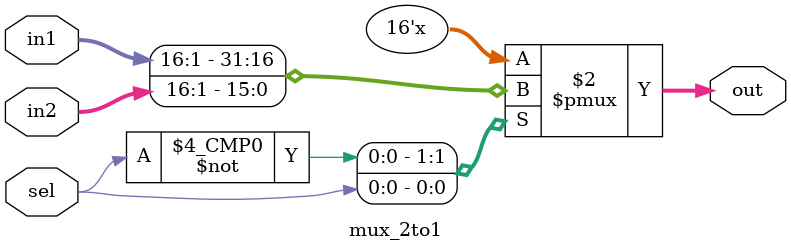
<source format=v>

module mux_2to1(in1, in2, sel, out);
parameter size = 16;
input [size:1] in1, in2;
input sel;
output reg [size:1] out;

always @ (*)
	case (sel)
		0 : out = in1;
		1 : out = in2;
	endcase
endmodule

</source>
